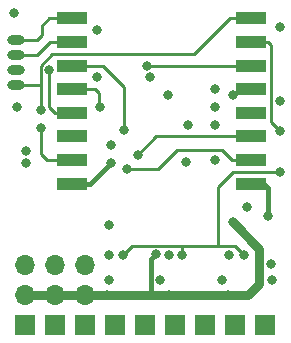
<source format=gbr>
%TF.GenerationSoftware,KiCad,Pcbnew,(6.0.8)*%
%TF.CreationDate,2023-03-28T19:59:17+01:00*%
%TF.ProjectId,m-link-plus,6d2d6c69-6e6b-42d7-906c-75732e6b6963,rev?*%
%TF.SameCoordinates,Original*%
%TF.FileFunction,Copper,L4,Bot*%
%TF.FilePolarity,Positive*%
%FSLAX46Y46*%
G04 Gerber Fmt 4.6, Leading zero omitted, Abs format (unit mm)*
G04 Created by KiCad (PCBNEW (6.0.8)) date 2023-03-28 19:59:17*
%MOMM*%
%LPD*%
G01*
G04 APERTURE LIST*
%TA.AperFunction,ComponentPad*%
%ADD10O,1.700000X1.700000*%
%TD*%
%TA.AperFunction,ComponentPad*%
%ADD11R,1.700000X1.700000*%
%TD*%
%TA.AperFunction,SMDPad,CuDef*%
%ADD12O,1.500000X0.800000*%
%TD*%
%TA.AperFunction,SMDPad,CuDef*%
%ADD13R,2.500000X1.000000*%
%TD*%
%TA.AperFunction,ViaPad*%
%ADD14C,0.800000*%
%TD*%
%TA.AperFunction,Conductor*%
%ADD15C,0.400000*%
%TD*%
%TA.AperFunction,Conductor*%
%ADD16C,0.250000*%
%TD*%
%TA.AperFunction,Conductor*%
%ADD17C,0.800000*%
%TD*%
G04 APERTURE END LIST*
D10*
%TO.P,J3,1,Pin_1*%
%TO.N,/CH1*%
X80905000Y-92114000D03*
%TO.P,J3,2,Pin_2*%
%TO.N,+5V*%
X80905000Y-94654000D03*
D11*
%TO.P,J3,3,Pin_3*%
%TO.N,GND*%
X80905000Y-97194000D03*
D10*
%TO.P,J3,4,Pin_4*%
%TO.N,/CH2*%
X83445000Y-92114000D03*
%TO.P,J3,5,Pin_5*%
%TO.N,+5V*%
X83445000Y-94654000D03*
D11*
%TO.P,J3,6,Pin_6*%
%TO.N,GND*%
X83445000Y-97194000D03*
D10*
%TO.P,J3,7,Pin_7*%
%TO.N,/CH3*%
X85985000Y-92114000D03*
%TO.P,J3,8,Pin_8*%
%TO.N,+5V*%
X85985000Y-94654000D03*
D11*
%TO.P,J3,9,Pin_9*%
%TO.N,GND*%
X85985000Y-97194000D03*
%TO.P,J3,10,Pin_10*%
%TO.N,/M1A*%
X88525000Y-97194000D03*
%TO.P,J3,11,Pin_11*%
%TO.N,/M1B*%
X91065000Y-97194000D03*
%TO.P,J3,12,Pin_12*%
%TO.N,/M2A*%
X93605000Y-97194000D03*
%TO.P,J3,13,Pin_13*%
%TO.N,/M2B*%
X96145000Y-97194000D03*
%TO.P,J3,14,Pin_14*%
%TO.N,/M3A*%
X98685000Y-97194000D03*
%TO.P,J3,15,Pin_15*%
%TO.N,/M3B*%
X101225000Y-97194000D03*
%TD*%
D12*
%TO.P,J4,5,Pin_5*%
%TO.N,/RX*%
X80150000Y-73095000D03*
%TO.P,J4,6,Pin_6*%
%TO.N,/TX*%
X80150000Y-74365000D03*
%TO.P,J4,7,Pin_7*%
%TO.N,unconnected-(J4-Pad7)*%
X80150000Y-75635000D03*
%TO.P,J4,8,Pin_8*%
%TO.N,/RESET*%
X80150000Y-76905000D03*
%TD*%
D13*
%TO.P,U4,1,~{RST}*%
%TO.N,/RESET*%
X100100000Y-71250000D03*
%TO.P,U4,2,ADC*%
%TO.N,/ADC*%
X100100000Y-73250000D03*
%TO.P,U4,3,EN*%
%TO.N,/EN*%
X100100000Y-75250000D03*
%TO.P,U4,4,GPIO16*%
%TO.N,/LED1*%
X100100000Y-77250000D03*
%TO.P,U4,5,GPIO14*%
%TO.N,unconnected-(U4-Pad5)*%
X100100000Y-79250000D03*
%TO.P,U4,6,GPIO12*%
%TO.N,/ENABLE*%
X100100000Y-81250000D03*
%TO.P,U4,7,GPIO13*%
%TO.N,/FEEDBACK*%
X100100000Y-83250000D03*
%TO.P,U4,8,VCC*%
%TO.N,+3V3*%
X100100000Y-85250000D03*
%TO.P,U4,15,GND*%
%TO.N,GND*%
X84900000Y-85250000D03*
%TO.P,U4,16,GPIO15*%
%TO.N,/MTDI*%
X84900000Y-83250000D03*
%TO.P,U4,17,GPIO2*%
%TO.N,unconnected-(U4-Pad17)*%
X84900000Y-81250000D03*
%TO.P,U4,18,GPIO0*%
%TO.N,/DTR*%
X84900000Y-79250000D03*
%TO.P,U4,19,GPIO4*%
%TO.N,/SDA*%
X84900000Y-77250000D03*
%TO.P,U4,20,GPIO5*%
%TO.N,/SCL*%
X84900000Y-75250000D03*
%TO.P,U4,21,GPIO3/RXD*%
%TO.N,/TX*%
X84900000Y-73250000D03*
%TO.P,U4,22,GPIO1/TXD*%
%TO.N,/RX*%
X84900000Y-71250000D03*
%TD*%
D14*
%TO.N,GND*%
X101762299Y-92012299D03*
X94750000Y-80250000D03*
X87000000Y-76250000D03*
X91500000Y-76250000D03*
X99750000Y-87250000D03*
X88200000Y-83500000D03*
X79987701Y-70787701D03*
X81000000Y-82500000D03*
X88000000Y-88750000D03*
X97634000Y-93384000D03*
X92366000Y-93384000D03*
X88000000Y-93400000D03*
X88200000Y-82000000D03*
X101800000Y-93400000D03*
X102500000Y-72000000D03*
X94600000Y-83400000D03*
X102500000Y-78250000D03*
X87000000Y-72250000D03*
%TO.N,/DTR*%
X83000000Y-75600000D03*
%TO.N,+5V*%
X98500000Y-88500000D03*
X98096000Y-94654000D03*
X87904000Y-94654000D03*
X93096000Y-94654000D03*
X92000000Y-91225500D03*
%TO.N,/RESET*%
X82250000Y-79000000D03*
%TO.N,/ADC*%
X102500000Y-80750000D03*
%TO.N,/EN*%
X91250000Y-75250000D03*
%TO.N,/MTDI*%
X82250000Y-80500000D03*
%TO.N,/LED1*%
X98500000Y-77750000D03*
%TO.N,+3V3*%
X97000000Y-78750000D03*
X88000000Y-91250000D03*
X97000000Y-80250000D03*
X97000000Y-77250000D03*
X98160000Y-91250000D03*
X80250000Y-78750000D03*
X101500000Y-88000000D03*
X81000000Y-83500000D03*
X97000000Y-83250000D03*
X93080000Y-91250000D03*
X93000000Y-77750000D03*
%TO.N,/SCL*%
X89300000Y-80700000D03*
%TO.N,/SDA*%
X87250000Y-78750000D03*
%TO.N,/SLEEP*%
X99480500Y-91250000D03*
X94250000Y-91250000D03*
X89250000Y-91250000D03*
X102500000Y-84250000D03*
%TO.N,/ENABLE*%
X90500000Y-82800000D03*
%TO.N,/FEEDBACK*%
X89600000Y-84000000D03*
%TD*%
D15*
%TO.N,+3V3*%
X101150000Y-85250000D02*
X100100000Y-85250000D01*
X101500000Y-85600000D02*
X101150000Y-85250000D01*
X101500000Y-88000000D02*
X101500000Y-85600000D01*
%TO.N,GND*%
X84900000Y-85250000D02*
X86450000Y-85250000D01*
X86450000Y-85250000D02*
X88200000Y-83500000D01*
D16*
%TO.N,/DTR*%
X83500000Y-79250000D02*
X84900000Y-79250000D01*
X83000000Y-78750000D02*
X83000000Y-75600000D01*
X83000000Y-78750000D02*
X83500000Y-79250000D01*
%TO.N,/RX*%
X82375000Y-71875000D02*
X82375000Y-72625000D01*
X84900000Y-71250000D02*
X83000000Y-71250000D01*
X82375000Y-72625000D02*
X81905000Y-73095000D01*
X81905000Y-73095000D02*
X80150000Y-73095000D01*
X83000000Y-71250000D02*
X82375000Y-71875000D01*
%TO.N,/TX*%
X81935000Y-74365000D02*
X80150000Y-74365000D01*
X83050000Y-73250000D02*
X81935000Y-74365000D01*
X84900000Y-73250000D02*
X83050000Y-73250000D01*
D17*
%TO.N,+5V*%
X90404000Y-94654000D02*
X91654000Y-94654000D01*
X93096000Y-94654000D02*
X98096000Y-94654000D01*
D15*
X91566000Y-94566000D02*
X91654000Y-94654000D01*
D17*
X99846000Y-94654000D02*
X100750000Y-93750000D01*
D15*
X92000000Y-91225500D02*
X91566000Y-91659500D01*
D17*
X85985000Y-94654000D02*
X80905000Y-94654000D01*
X91654000Y-94654000D02*
X93096000Y-94654000D01*
X87904000Y-94654000D02*
X89096000Y-94654000D01*
D15*
X91566000Y-91659500D02*
X91566000Y-94566000D01*
D17*
X100750000Y-93750000D02*
X100750000Y-90750000D01*
X89096000Y-94654000D02*
X90404000Y-94654000D01*
X100750000Y-90750000D02*
X98500000Y-88500000D01*
X98096000Y-94654000D02*
X99846000Y-94654000D01*
X85985000Y-94654000D02*
X87904000Y-94654000D01*
D16*
%TO.N,/RESET*%
X83250000Y-74250000D02*
X95250000Y-74250000D01*
X82195000Y-76905000D02*
X82250000Y-76850000D01*
X82250000Y-79000000D02*
X82250000Y-76850000D01*
X82250000Y-75250000D02*
X83250000Y-74250000D01*
X80150000Y-76905000D02*
X82195000Y-76905000D01*
X95250000Y-74250000D02*
X98250000Y-71250000D01*
X98250000Y-71250000D02*
X100100000Y-71250000D01*
X82250000Y-76000000D02*
X82250000Y-75250000D01*
X82250000Y-76850000D02*
X82250000Y-76000000D01*
%TO.N,/ADC*%
X101500000Y-73250000D02*
X100100000Y-73250000D01*
X102500000Y-80750000D02*
X101750000Y-80000000D01*
X101750000Y-80000000D02*
X101750000Y-73500000D01*
X101750000Y-73500000D02*
X101500000Y-73250000D01*
%TO.N,/EN*%
X91250000Y-75250000D02*
X100100000Y-75250000D01*
%TO.N,/MTDI*%
X82250000Y-82750000D02*
X82250000Y-80500000D01*
X84900000Y-83250000D02*
X82750000Y-83250000D01*
X82750000Y-83250000D02*
X82250000Y-82750000D01*
%TO.N,/LED1*%
X100100000Y-77250000D02*
X99000000Y-77250000D01*
X99000000Y-77250000D02*
X98500000Y-77750000D01*
%TO.N,/SCL*%
X87500000Y-75250000D02*
X84900000Y-75250000D01*
X89300000Y-80700000D02*
X89300000Y-77050000D01*
X89300000Y-77050000D02*
X87500000Y-75250000D01*
%TO.N,/SDA*%
X84900000Y-77250000D02*
X86850000Y-77250000D01*
X87200000Y-77600000D02*
X87200000Y-78600000D01*
X86850000Y-77250000D02*
X87200000Y-77600000D01*
%TO.N,/SLEEP*%
X94250000Y-90500000D02*
X97000000Y-90500000D01*
X94250000Y-91250000D02*
X94250000Y-90500000D01*
X97000000Y-90500000D02*
X97250000Y-90500000D01*
X90000000Y-90500000D02*
X94250000Y-90500000D01*
X97250000Y-85500000D02*
X97250000Y-90500000D01*
X98500000Y-84250000D02*
X97250000Y-85500000D01*
X89250000Y-91250000D02*
X90000000Y-90500000D01*
X102500000Y-84250000D02*
X98500000Y-84250000D01*
X97250000Y-90500000D02*
X98730500Y-90500000D01*
X98730500Y-90500000D02*
X99480500Y-91250000D01*
%TO.N,/ENABLE*%
X90500000Y-82800000D02*
X92050000Y-81250000D01*
X100100000Y-81250000D02*
X92050000Y-81250000D01*
%TO.N,/FEEDBACK*%
X100100000Y-83250000D02*
X98450000Y-83250000D01*
X93800000Y-82400000D02*
X92200000Y-84000000D01*
X97600000Y-82400000D02*
X93800000Y-82400000D01*
X98450000Y-83250000D02*
X97600000Y-82400000D01*
X92200000Y-84000000D02*
X89600000Y-84000000D01*
%TD*%
M02*

</source>
